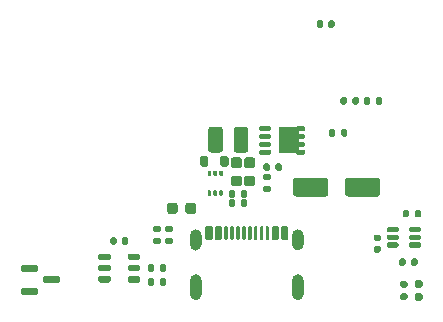
<source format=gbr>
%TF.GenerationSoftware,KiCad,Pcbnew,9.0.0-rc3*%
%TF.CreationDate,2025-06-04T22:51:28-04:00*%
%TF.ProjectId,dock,646f636b-2e6b-4696-9361-645f70636258,rev?*%
%TF.SameCoordinates,Original*%
%TF.FileFunction,Paste,Top*%
%TF.FilePolarity,Positive*%
%FSLAX46Y46*%
G04 Gerber Fmt 4.6, Leading zero omitted, Abs format (unit mm)*
G04 Created by KiCad (PCBNEW 9.0.0-rc3) date 2025-06-04 22:51:28*
%MOMM*%
%LPD*%
G01*
G04 APERTURE LIST*
%ADD10R,1.725000X2.235000*%
G04 APERTURE END LIST*
G36*
G01*
X153175000Y-119994500D02*
X153175000Y-119669500D01*
G75*
G02*
X153250000Y-119594500I75000J0D01*
G01*
X153400000Y-119594500D01*
G75*
G02*
X153475000Y-119669500I0J-75000D01*
G01*
X153475000Y-119994500D01*
G75*
G02*
X153400000Y-120069500I-75000J0D01*
G01*
X153250000Y-120069500D01*
G75*
G02*
X153175000Y-119994500I0J75000D01*
G01*
G37*
G36*
G01*
X152675000Y-119994500D02*
X152675000Y-119669500D01*
G75*
G02*
X152750000Y-119594500I75000J0D01*
G01*
X152900000Y-119594500D01*
G75*
G02*
X152975000Y-119669500I0J-75000D01*
G01*
X152975000Y-119994500D01*
G75*
G02*
X152900000Y-120069500I-75000J0D01*
G01*
X152750000Y-120069500D01*
G75*
G02*
X152675000Y-119994500I0J75000D01*
G01*
G37*
G36*
G01*
X152175000Y-119994500D02*
X152175000Y-119669500D01*
G75*
G02*
X152250000Y-119594500I75000J0D01*
G01*
X152400000Y-119594500D01*
G75*
G02*
X152475000Y-119669500I0J-75000D01*
G01*
X152475000Y-119994500D01*
G75*
G02*
X152400000Y-120069500I-75000J0D01*
G01*
X152250000Y-120069500D01*
G75*
G02*
X152175000Y-119994500I0J75000D01*
G01*
G37*
G36*
G01*
X152175000Y-121670500D02*
X152175000Y-121345500D01*
G75*
G02*
X152250000Y-121270500I75000J0D01*
G01*
X152400000Y-121270500D01*
G75*
G02*
X152475000Y-121345500I0J-75000D01*
G01*
X152475000Y-121670500D01*
G75*
G02*
X152400000Y-121745500I-75000J0D01*
G01*
X152250000Y-121745500D01*
G75*
G02*
X152175000Y-121670500I0J75000D01*
G01*
G37*
G36*
G01*
X152675000Y-121670500D02*
X152675000Y-121345500D01*
G75*
G02*
X152750000Y-121270500I75000J0D01*
G01*
X152900000Y-121270500D01*
G75*
G02*
X152975000Y-121345500I0J-75000D01*
G01*
X152975000Y-121670500D01*
G75*
G02*
X152900000Y-121745500I-75000J0D01*
G01*
X152750000Y-121745500D01*
G75*
G02*
X152675000Y-121670500I0J75000D01*
G01*
G37*
G36*
G01*
X153175000Y-121670500D02*
X153175000Y-121345500D01*
G75*
G02*
X153250000Y-121270500I75000J0D01*
G01*
X153400000Y-121270500D01*
G75*
G02*
X153475000Y-121345500I0J-75000D01*
G01*
X153475000Y-121670500D01*
G75*
G02*
X153400000Y-121745500I-75000J0D01*
G01*
X153250000Y-121745500D01*
G75*
G02*
X153175000Y-121670500I0J75000D01*
G01*
G37*
G36*
G01*
X143837500Y-127175000D02*
X143062500Y-127175000D01*
G75*
G02*
X142925000Y-127037500I0J137500D01*
G01*
X142925000Y-126762500D01*
G75*
G02*
X143062500Y-126625000I137500J0D01*
G01*
X143837500Y-126625000D01*
G75*
G02*
X143975000Y-126762500I0J-137500D01*
G01*
X143975000Y-127037500D01*
G75*
G02*
X143837500Y-127175000I-137500J0D01*
G01*
G37*
G36*
G01*
X143837500Y-128125000D02*
X143062500Y-128125000D01*
G75*
G02*
X142925000Y-127987500I0J137500D01*
G01*
X142925000Y-127712500D01*
G75*
G02*
X143062500Y-127575000I137500J0D01*
G01*
X143837500Y-127575000D01*
G75*
G02*
X143975000Y-127712500I0J-137500D01*
G01*
X143975000Y-127987500D01*
G75*
G02*
X143837500Y-128125000I-137500J0D01*
G01*
G37*
G36*
G01*
X143837500Y-129075000D02*
X143062500Y-129075000D01*
G75*
G02*
X142925000Y-128937500I0J137500D01*
G01*
X142925000Y-128662500D01*
G75*
G02*
X143062500Y-128525000I137500J0D01*
G01*
X143837500Y-128525000D01*
G75*
G02*
X143975000Y-128662500I0J-137500D01*
G01*
X143975000Y-128937500D01*
G75*
G02*
X143837500Y-129075000I-137500J0D01*
G01*
G37*
G36*
G01*
X146337500Y-129075000D02*
X145562500Y-129075000D01*
G75*
G02*
X145425000Y-128937500I0J137500D01*
G01*
X145425000Y-128662500D01*
G75*
G02*
X145562500Y-128525000I137500J0D01*
G01*
X146337500Y-128525000D01*
G75*
G02*
X146475000Y-128662500I0J-137500D01*
G01*
X146475000Y-128937500D01*
G75*
G02*
X146337500Y-129075000I-137500J0D01*
G01*
G37*
G36*
G01*
X146337500Y-128125000D02*
X145562500Y-128125000D01*
G75*
G02*
X145425000Y-127987500I0J137500D01*
G01*
X145425000Y-127712500D01*
G75*
G02*
X145562500Y-127575000I137500J0D01*
G01*
X146337500Y-127575000D01*
G75*
G02*
X146475000Y-127712500I0J-137500D01*
G01*
X146475000Y-127987500D01*
G75*
G02*
X146337500Y-128125000I-137500J0D01*
G01*
G37*
G36*
G01*
X146337500Y-127175000D02*
X145562500Y-127175000D01*
G75*
G02*
X145425000Y-127037500I0J137500D01*
G01*
X145425000Y-126762500D01*
G75*
G02*
X145562500Y-126625000I137500J0D01*
G01*
X146337500Y-126625000D01*
G75*
G02*
X146475000Y-126762500I0J-137500D01*
G01*
X146475000Y-127037500D01*
G75*
G02*
X146337500Y-127175000I-137500J0D01*
G01*
G37*
G36*
G01*
X157443750Y-116257500D02*
X156656250Y-116257500D01*
G75*
G02*
X156555000Y-116156250I0J101250D01*
G01*
X156555000Y-115953750D01*
G75*
G02*
X156656250Y-115852500I101250J0D01*
G01*
X157443750Y-115852500D01*
G75*
G02*
X157545000Y-115953750I0J-101250D01*
G01*
X157545000Y-116156250D01*
G75*
G02*
X157443750Y-116257500I-101250J0D01*
G01*
G37*
G36*
G01*
X157443750Y-116917500D02*
X156656250Y-116917500D01*
G75*
G02*
X156555000Y-116816250I0J101250D01*
G01*
X156555000Y-116613750D01*
G75*
G02*
X156656250Y-116512500I101250J0D01*
G01*
X157443750Y-116512500D01*
G75*
G02*
X157545000Y-116613750I0J-101250D01*
G01*
X157545000Y-116816250D01*
G75*
G02*
X157443750Y-116917500I-101250J0D01*
G01*
G37*
G36*
G01*
X157443750Y-117577500D02*
X156656250Y-117577500D01*
G75*
G02*
X156555000Y-117476250I0J101250D01*
G01*
X156555000Y-117273750D01*
G75*
G02*
X156656250Y-117172500I101250J0D01*
G01*
X157443750Y-117172500D01*
G75*
G02*
X157545000Y-117273750I0J-101250D01*
G01*
X157545000Y-117476250D01*
G75*
G02*
X157443750Y-117577500I-101250J0D01*
G01*
G37*
G36*
G01*
X157443750Y-118237500D02*
X156656250Y-118237500D01*
G75*
G02*
X156555000Y-118136250I0J101250D01*
G01*
X156555000Y-117933750D01*
G75*
G02*
X156656250Y-117832500I101250J0D01*
G01*
X157443750Y-117832500D01*
G75*
G02*
X157545000Y-117933750I0J-101250D01*
G01*
X157545000Y-118136250D01*
G75*
G02*
X157443750Y-118237500I-101250J0D01*
G01*
G37*
G36*
G01*
X160333750Y-118237500D02*
X159736250Y-118237500D01*
G75*
G02*
X159635000Y-118136250I0J101250D01*
G01*
X159635000Y-117933750D01*
G75*
G02*
X159736250Y-117832500I101250J0D01*
G01*
X160333750Y-117832500D01*
G75*
G02*
X160435000Y-117933750I0J-101250D01*
G01*
X160435000Y-118136250D01*
G75*
G02*
X160333750Y-118237500I-101250J0D01*
G01*
G37*
G36*
G01*
X160333750Y-117577500D02*
X159736250Y-117577500D01*
G75*
G02*
X159635000Y-117476250I0J101250D01*
G01*
X159635000Y-117273750D01*
G75*
G02*
X159736250Y-117172500I101250J0D01*
G01*
X160333750Y-117172500D01*
G75*
G02*
X160435000Y-117273750I0J-101250D01*
G01*
X160435000Y-117476250D01*
G75*
G02*
X160333750Y-117577500I-101250J0D01*
G01*
G37*
G36*
G01*
X160333750Y-116917500D02*
X159736250Y-116917500D01*
G75*
G02*
X159635000Y-116816250I0J101250D01*
G01*
X159635000Y-116613750D01*
G75*
G02*
X159736250Y-116512500I101250J0D01*
G01*
X160333750Y-116512500D01*
G75*
G02*
X160435000Y-116613750I0J-101250D01*
G01*
X160435000Y-116816250D01*
G75*
G02*
X160333750Y-116917500I-101250J0D01*
G01*
G37*
G36*
G01*
X160333750Y-116257500D02*
X159736250Y-116257500D01*
G75*
G02*
X159635000Y-116156250I0J101250D01*
G01*
X159635000Y-115953750D01*
G75*
G02*
X159736250Y-115852500I101250J0D01*
G01*
X160333750Y-115852500D01*
G75*
G02*
X160435000Y-115953750I0J-101250D01*
G01*
X160435000Y-116156250D01*
G75*
G02*
X160333750Y-116257500I-101250J0D01*
G01*
G37*
D10*
X159042000Y-117045000D03*
G36*
G01*
X148680000Y-128865000D02*
X148680000Y-129235000D01*
G75*
G02*
X148545000Y-129370000I-135000J0D01*
G01*
X148275000Y-129370000D01*
G75*
G02*
X148140000Y-129235000I0J135000D01*
G01*
X148140000Y-128865000D01*
G75*
G02*
X148275000Y-128730000I135000J0D01*
G01*
X148545000Y-128730000D01*
G75*
G02*
X148680000Y-128865000I0J-135000D01*
G01*
G37*
G36*
G01*
X147660000Y-128865000D02*
X147660000Y-129235000D01*
G75*
G02*
X147525000Y-129370000I-135000J0D01*
G01*
X147255000Y-129370000D01*
G75*
G02*
X147120000Y-129235000I0J135000D01*
G01*
X147120000Y-128865000D01*
G75*
G02*
X147255000Y-128730000I135000J0D01*
G01*
X147525000Y-128730000D01*
G75*
G02*
X147660000Y-128865000I0J-135000D01*
G01*
G37*
G36*
G01*
X148680000Y-127665000D02*
X148680000Y-128035000D01*
G75*
G02*
X148545000Y-128170000I-135000J0D01*
G01*
X148275000Y-128170000D01*
G75*
G02*
X148140000Y-128035000I0J135000D01*
G01*
X148140000Y-127665000D01*
G75*
G02*
X148275000Y-127530000I135000J0D01*
G01*
X148545000Y-127530000D01*
G75*
G02*
X148680000Y-127665000I0J-135000D01*
G01*
G37*
G36*
G01*
X147660000Y-127665000D02*
X147660000Y-128035000D01*
G75*
G02*
X147525000Y-128170000I-135000J0D01*
G01*
X147255000Y-128170000D01*
G75*
G02*
X147120000Y-128035000I0J135000D01*
G01*
X147120000Y-127665000D01*
G75*
G02*
X147255000Y-127530000I135000J0D01*
G01*
X147525000Y-127530000D01*
G75*
G02*
X147660000Y-127665000I0J-135000D01*
G01*
G37*
G36*
G01*
X155535000Y-122180000D02*
X155535000Y-122550000D01*
G75*
G02*
X155400000Y-122685000I-135000J0D01*
G01*
X155130000Y-122685000D01*
G75*
G02*
X154995000Y-122550000I0J135000D01*
G01*
X154995000Y-122180000D01*
G75*
G02*
X155130000Y-122045000I135000J0D01*
G01*
X155400000Y-122045000D01*
G75*
G02*
X155535000Y-122180000I0J-135000D01*
G01*
G37*
G36*
G01*
X154515000Y-122180000D02*
X154515000Y-122550000D01*
G75*
G02*
X154380000Y-122685000I-135000J0D01*
G01*
X154110000Y-122685000D01*
G75*
G02*
X153975000Y-122550000I0J135000D01*
G01*
X153975000Y-122180000D01*
G75*
G02*
X154110000Y-122045000I135000J0D01*
G01*
X154380000Y-122045000D01*
G75*
G02*
X154515000Y-122180000I0J-135000D01*
G01*
G37*
G36*
G01*
X166373268Y-125015020D02*
X166713268Y-125015020D01*
G75*
G02*
X166853268Y-125155020I0J-140000D01*
G01*
X166853268Y-125435020D01*
G75*
G02*
X166713268Y-125575020I-140000J0D01*
G01*
X166373268Y-125575020D01*
G75*
G02*
X166233268Y-125435020I0J140000D01*
G01*
X166233268Y-125155020D01*
G75*
G02*
X166373268Y-125015020I140000J0D01*
G01*
G37*
G36*
G01*
X166373268Y-125975020D02*
X166713268Y-125975020D01*
G75*
G02*
X166853268Y-126115020I0J-140000D01*
G01*
X166853268Y-126395020D01*
G75*
G02*
X166713268Y-126535020I-140000J0D01*
G01*
X166373268Y-126535020D01*
G75*
G02*
X166233268Y-126395020I0J140000D01*
G01*
X166233268Y-126115020D01*
G75*
G02*
X166373268Y-125975020I140000J0D01*
G01*
G37*
G36*
G01*
X148085000Y-125830000D02*
X147715000Y-125830000D01*
G75*
G02*
X147580000Y-125695000I0J135000D01*
G01*
X147580000Y-125425000D01*
G75*
G02*
X147715000Y-125290000I135000J0D01*
G01*
X148085000Y-125290000D01*
G75*
G02*
X148220000Y-125425000I0J-135000D01*
G01*
X148220000Y-125695000D01*
G75*
G02*
X148085000Y-125830000I-135000J0D01*
G01*
G37*
G36*
G01*
X148085000Y-124810000D02*
X147715000Y-124810000D01*
G75*
G02*
X147580000Y-124675000I0J135000D01*
G01*
X147580000Y-124405000D01*
G75*
G02*
X147715000Y-124270000I135000J0D01*
G01*
X148085000Y-124270000D01*
G75*
G02*
X148220000Y-124405000I0J-135000D01*
G01*
X148220000Y-124675000D01*
G75*
G02*
X148085000Y-124810000I-135000J0D01*
G01*
G37*
G36*
G01*
X149085000Y-125830000D02*
X148715000Y-125830000D01*
G75*
G02*
X148580000Y-125695000I0J135000D01*
G01*
X148580000Y-125425000D01*
G75*
G02*
X148715000Y-125290000I135000J0D01*
G01*
X149085000Y-125290000D01*
G75*
G02*
X149220000Y-125425000I0J-135000D01*
G01*
X149220000Y-125695000D01*
G75*
G02*
X149085000Y-125830000I-135000J0D01*
G01*
G37*
G36*
G01*
X149085000Y-124810000D02*
X148715000Y-124810000D01*
G75*
G02*
X148580000Y-124675000I0J135000D01*
G01*
X148580000Y-124405000D01*
G75*
G02*
X148715000Y-124270000I135000J0D01*
G01*
X149085000Y-124270000D01*
G75*
G02*
X149220000Y-124405000I0J-135000D01*
G01*
X149220000Y-124675000D01*
G75*
G02*
X149085000Y-124810000I-135000J0D01*
G01*
G37*
G36*
G01*
X163430000Y-113885000D02*
X163430000Y-113515000D01*
G75*
G02*
X163565000Y-113380000I135000J0D01*
G01*
X163835000Y-113380000D01*
G75*
G02*
X163970000Y-113515000I0J-135000D01*
G01*
X163970000Y-113885000D01*
G75*
G02*
X163835000Y-114020000I-135000J0D01*
G01*
X163565000Y-114020000D01*
G75*
G02*
X163430000Y-113885000I0J135000D01*
G01*
G37*
G36*
G01*
X164450000Y-113885000D02*
X164450000Y-113515000D01*
G75*
G02*
X164585000Y-113380000I135000J0D01*
G01*
X164855000Y-113380000D01*
G75*
G02*
X164990000Y-113515000I0J-135000D01*
G01*
X164990000Y-113885000D01*
G75*
G02*
X164855000Y-114020000I-135000J0D01*
G01*
X164585000Y-114020000D01*
G75*
G02*
X164450000Y-113885000I0J135000D01*
G01*
G37*
G36*
G01*
X151200000Y-122550000D02*
X151200000Y-123050000D01*
G75*
G02*
X150975000Y-123275000I-225000J0D01*
G01*
X150525000Y-123275000D01*
G75*
G02*
X150300000Y-123050000I0J225000D01*
G01*
X150300000Y-122550000D01*
G75*
G02*
X150525000Y-122325000I225000J0D01*
G01*
X150975000Y-122325000D01*
G75*
G02*
X151200000Y-122550000I0J-225000D01*
G01*
G37*
G36*
G01*
X149650000Y-122550000D02*
X149650000Y-123050000D01*
G75*
G02*
X149425000Y-123275000I-225000J0D01*
G01*
X148975000Y-123275000D01*
G75*
G02*
X148750000Y-123050000I0J225000D01*
G01*
X148750000Y-122550000D01*
G75*
G02*
X148975000Y-122325000I225000J0D01*
G01*
X149425000Y-122325000D01*
G75*
G02*
X149650000Y-122550000I0J-225000D01*
G01*
G37*
G36*
G01*
X153985000Y-121750000D02*
X153985000Y-121380000D01*
G75*
G02*
X154120000Y-121245000I135000J0D01*
G01*
X154390000Y-121245000D01*
G75*
G02*
X154525000Y-121380000I0J-135000D01*
G01*
X154525000Y-121750000D01*
G75*
G02*
X154390000Y-121885000I-135000J0D01*
G01*
X154120000Y-121885000D01*
G75*
G02*
X153985000Y-121750000I0J135000D01*
G01*
G37*
G36*
G01*
X155005000Y-121750000D02*
X155005000Y-121380000D01*
G75*
G02*
X155140000Y-121245000I135000J0D01*
G01*
X155410000Y-121245000D01*
G75*
G02*
X155545000Y-121380000I0J-135000D01*
G01*
X155545000Y-121750000D01*
G75*
G02*
X155410000Y-121885000I-135000J0D01*
G01*
X155140000Y-121885000D01*
G75*
G02*
X155005000Y-121750000I0J135000D01*
G01*
G37*
G36*
G01*
X165400000Y-113885000D02*
X165400000Y-113515000D01*
G75*
G02*
X165535000Y-113380000I135000J0D01*
G01*
X165805000Y-113380000D01*
G75*
G02*
X165940000Y-113515000I0J-135000D01*
G01*
X165940000Y-113885000D01*
G75*
G02*
X165805000Y-114020000I-135000J0D01*
G01*
X165535000Y-114020000D01*
G75*
G02*
X165400000Y-113885000I0J135000D01*
G01*
G37*
G36*
G01*
X166420000Y-113885000D02*
X166420000Y-113515000D01*
G75*
G02*
X166555000Y-113380000I135000J0D01*
G01*
X166825000Y-113380000D01*
G75*
G02*
X166960000Y-113515000I0J-135000D01*
G01*
X166960000Y-113885000D01*
G75*
G02*
X166825000Y-114020000I-135000J0D01*
G01*
X166555000Y-114020000D01*
G75*
G02*
X166420000Y-113885000I0J135000D01*
G01*
G37*
G36*
G01*
X161410000Y-107370000D02*
X161410000Y-107030000D01*
G75*
G02*
X161550000Y-106890000I140000J0D01*
G01*
X161830000Y-106890000D01*
G75*
G02*
X161970000Y-107030000I0J-140000D01*
G01*
X161970000Y-107370000D01*
G75*
G02*
X161830000Y-107510000I-140000J0D01*
G01*
X161550000Y-107510000D01*
G75*
G02*
X161410000Y-107370000I0J140000D01*
G01*
G37*
G36*
G01*
X162370000Y-107370000D02*
X162370000Y-107030000D01*
G75*
G02*
X162510000Y-106890000I140000J0D01*
G01*
X162790000Y-106890000D01*
G75*
G02*
X162930000Y-107030000I0J-140000D01*
G01*
X162930000Y-107370000D01*
G75*
G02*
X162790000Y-107510000I-140000J0D01*
G01*
X162510000Y-107510000D01*
G75*
G02*
X162370000Y-107370000I0J140000D01*
G01*
G37*
G36*
G01*
X157015000Y-119860000D02*
X157385000Y-119860000D01*
G75*
G02*
X157520000Y-119995000I0J-135000D01*
G01*
X157520000Y-120265000D01*
G75*
G02*
X157385000Y-120400000I-135000J0D01*
G01*
X157015000Y-120400000D01*
G75*
G02*
X156880000Y-120265000I0J135000D01*
G01*
X156880000Y-119995000D01*
G75*
G02*
X157015000Y-119860000I135000J0D01*
G01*
G37*
G36*
G01*
X157015000Y-120880000D02*
X157385000Y-120880000D01*
G75*
G02*
X157520000Y-121015000I0J-135000D01*
G01*
X157520000Y-121285000D01*
G75*
G02*
X157385000Y-121420000I-135000J0D01*
G01*
X157015000Y-121420000D01*
G75*
G02*
X156880000Y-121285000I0J135000D01*
G01*
X156880000Y-121015000D01*
G75*
G02*
X157015000Y-120880000I135000J0D01*
G01*
G37*
G36*
G01*
X156910000Y-119485000D02*
X156910000Y-119115000D01*
G75*
G02*
X157045000Y-118980000I135000J0D01*
G01*
X157315000Y-118980000D01*
G75*
G02*
X157450000Y-119115000I0J-135000D01*
G01*
X157450000Y-119485000D01*
G75*
G02*
X157315000Y-119620000I-135000J0D01*
G01*
X157045000Y-119620000D01*
G75*
G02*
X156910000Y-119485000I0J135000D01*
G01*
G37*
G36*
G01*
X157930000Y-119485000D02*
X157930000Y-119115000D01*
G75*
G02*
X158065000Y-118980000I135000J0D01*
G01*
X158335000Y-118980000D01*
G75*
G02*
X158470000Y-119115000I0J-135000D01*
G01*
X158470000Y-119485000D01*
G75*
G02*
X158335000Y-119620000I-135000J0D01*
G01*
X158065000Y-119620000D01*
G75*
G02*
X157930000Y-119485000I0J135000D01*
G01*
G37*
G36*
G01*
X159400000Y-121550000D02*
X159400000Y-120450000D01*
G75*
G02*
X159650000Y-120200000I250000J0D01*
G01*
X162150000Y-120200000D01*
G75*
G02*
X162400000Y-120450000I0J-250000D01*
G01*
X162400000Y-121550000D01*
G75*
G02*
X162150000Y-121800000I-250000J0D01*
G01*
X159650000Y-121800000D01*
G75*
G02*
X159400000Y-121550000I0J250000D01*
G01*
G37*
G36*
G01*
X163800000Y-121550000D02*
X163800000Y-120450000D01*
G75*
G02*
X164050000Y-120200000I250000J0D01*
G01*
X166550000Y-120200000D01*
G75*
G02*
X166800000Y-120450000I0J-250000D01*
G01*
X166800000Y-121550000D01*
G75*
G02*
X166550000Y-121800000I-250000J0D01*
G01*
X164050000Y-121800000D01*
G75*
G02*
X163800000Y-121550000I0J250000D01*
G01*
G37*
G36*
G01*
X170400000Y-130125000D02*
X170400000Y-130475000D01*
G75*
G02*
X170225000Y-130650000I-175000J0D01*
G01*
X169875000Y-130650000D01*
G75*
G02*
X169700000Y-130475000I0J175000D01*
G01*
X169700000Y-130125000D01*
G75*
G02*
X169875000Y-129950000I175000J0D01*
G01*
X170225000Y-129950000D01*
G75*
G02*
X170400000Y-130125000I0J-175000D01*
G01*
G37*
G36*
G01*
X170400000Y-129025000D02*
X170400000Y-129375000D01*
G75*
G02*
X170225000Y-129550000I-175000J0D01*
G01*
X169875000Y-129550000D01*
G75*
G02*
X169700000Y-129375000I0J175000D01*
G01*
X169700000Y-129025000D01*
G75*
G02*
X169875000Y-128850000I175000J0D01*
G01*
X170225000Y-128850000D01*
G75*
G02*
X170400000Y-129025000I0J-175000D01*
G01*
G37*
G36*
G01*
X136362500Y-128050000D02*
X136362500Y-127750000D01*
G75*
G02*
X136512500Y-127600000I150000J0D01*
G01*
X137687500Y-127600000D01*
G75*
G02*
X137837500Y-127750000I0J-150000D01*
G01*
X137837500Y-128050000D01*
G75*
G02*
X137687500Y-128200000I-150000J0D01*
G01*
X136512500Y-128200000D01*
G75*
G02*
X136362500Y-128050000I0J150000D01*
G01*
G37*
G36*
G01*
X136362500Y-129950000D02*
X136362500Y-129650000D01*
G75*
G02*
X136512500Y-129500000I150000J0D01*
G01*
X137687500Y-129500000D01*
G75*
G02*
X137837500Y-129650000I0J-150000D01*
G01*
X137837500Y-129950000D01*
G75*
G02*
X137687500Y-130100000I-150000J0D01*
G01*
X136512500Y-130100000D01*
G75*
G02*
X136362500Y-129950000I0J150000D01*
G01*
G37*
G36*
G01*
X138237500Y-129000000D02*
X138237500Y-128700000D01*
G75*
G02*
X138387500Y-128550000I150000J0D01*
G01*
X139562500Y-128550000D01*
G75*
G02*
X139712500Y-128700000I0J-150000D01*
G01*
X139712500Y-129000000D01*
G75*
G02*
X139562500Y-129150000I-150000J0D01*
G01*
X138387500Y-129150000D01*
G75*
G02*
X138237500Y-129000000I0J150000D01*
G01*
G37*
G36*
G01*
X154375000Y-118480000D02*
X154875000Y-118480000D01*
G75*
G02*
X155100000Y-118705000I0J-225000D01*
G01*
X155100000Y-119155000D01*
G75*
G02*
X154875000Y-119380000I-225000J0D01*
G01*
X154375000Y-119380000D01*
G75*
G02*
X154150000Y-119155000I0J225000D01*
G01*
X154150000Y-118705000D01*
G75*
G02*
X154375000Y-118480000I225000J0D01*
G01*
G37*
G36*
G01*
X154375000Y-120030000D02*
X154875000Y-120030000D01*
G75*
G02*
X155100000Y-120255000I0J-225000D01*
G01*
X155100000Y-120705000D01*
G75*
G02*
X154875000Y-120930000I-225000J0D01*
G01*
X154375000Y-120930000D01*
G75*
G02*
X154150000Y-120705000I0J225000D01*
G01*
X154150000Y-120255000D01*
G75*
G02*
X154375000Y-120030000I225000J0D01*
G01*
G37*
G36*
G01*
X155485000Y-118480000D02*
X155985000Y-118480000D01*
G75*
G02*
X156210000Y-118705000I0J-225000D01*
G01*
X156210000Y-119155000D01*
G75*
G02*
X155985000Y-119380000I-225000J0D01*
G01*
X155485000Y-119380000D01*
G75*
G02*
X155260000Y-119155000I0J225000D01*
G01*
X155260000Y-118705000D01*
G75*
G02*
X155485000Y-118480000I225000J0D01*
G01*
G37*
G36*
G01*
X155485000Y-120030000D02*
X155985000Y-120030000D01*
G75*
G02*
X156210000Y-120255000I0J-225000D01*
G01*
X156210000Y-120705000D01*
G75*
G02*
X155985000Y-120930000I-225000J0D01*
G01*
X155485000Y-120930000D01*
G75*
G02*
X155260000Y-120705000I0J225000D01*
G01*
X155260000Y-120255000D01*
G75*
G02*
X155485000Y-120030000I225000J0D01*
G01*
G37*
G36*
G01*
X145460000Y-125380000D02*
X145460000Y-125720000D01*
G75*
G02*
X145320000Y-125860000I-140000J0D01*
G01*
X145040000Y-125860000D01*
G75*
G02*
X144900000Y-125720000I0J140000D01*
G01*
X144900000Y-125380000D01*
G75*
G02*
X145040000Y-125240000I140000J0D01*
G01*
X145320000Y-125240000D01*
G75*
G02*
X145460000Y-125380000I0J-140000D01*
G01*
G37*
G36*
G01*
X144500000Y-125380000D02*
X144500000Y-125720000D01*
G75*
G02*
X144360000Y-125860000I-140000J0D01*
G01*
X144080000Y-125860000D01*
G75*
G02*
X143940000Y-125720000I0J140000D01*
G01*
X143940000Y-125380000D01*
G75*
G02*
X144080000Y-125240000I140000J0D01*
G01*
X144360000Y-125240000D01*
G75*
G02*
X144500000Y-125380000I0J-140000D01*
G01*
G37*
G36*
G01*
X152225000Y-117835000D02*
X152225000Y-116135000D01*
G75*
G02*
X152475000Y-115885000I250000J0D01*
G01*
X153225000Y-115885000D01*
G75*
G02*
X153475000Y-116135000I0J-250000D01*
G01*
X153475000Y-117835000D01*
G75*
G02*
X153225000Y-118085000I-250000J0D01*
G01*
X152475000Y-118085000D01*
G75*
G02*
X152225000Y-117835000I0J250000D01*
G01*
G37*
G36*
G01*
X154375000Y-117835000D02*
X154375000Y-116135000D01*
G75*
G02*
X154625000Y-115885000I250000J0D01*
G01*
X155375000Y-115885000D01*
G75*
G02*
X155625000Y-116135000I0J-250000D01*
G01*
X155625000Y-117835000D01*
G75*
G02*
X155375000Y-118085000I-250000J0D01*
G01*
X154625000Y-118085000D01*
G75*
G02*
X154375000Y-117835000I0J250000D01*
G01*
G37*
G36*
G01*
X151520000Y-119098750D02*
X151520000Y-118511250D01*
G75*
G02*
X151701250Y-118330000I181250J0D01*
G01*
X152063750Y-118330000D01*
G75*
G02*
X152245000Y-118511250I0J-181250D01*
G01*
X152245000Y-119098750D01*
G75*
G02*
X152063750Y-119280000I-181250J0D01*
G01*
X151701250Y-119280000D01*
G75*
G02*
X151520000Y-119098750I0J181250D01*
G01*
G37*
G36*
G01*
X153245000Y-119098750D02*
X153245000Y-118511250D01*
G75*
G02*
X153426250Y-118330000I181250J0D01*
G01*
X153788750Y-118330000D01*
G75*
G02*
X153970000Y-118511250I0J-181250D01*
G01*
X153970000Y-119098750D01*
G75*
G02*
X153788750Y-119280000I-181250J0D01*
G01*
X153426250Y-119280000D01*
G75*
G02*
X153245000Y-119098750I0J181250D01*
G01*
G37*
G36*
G01*
X151180000Y-130576700D02*
X151180000Y-130576700D01*
G75*
G02*
X150684700Y-130081400I0J495300D01*
G01*
X150684700Y-128862200D01*
G75*
G02*
X151180000Y-128366900I495300J0D01*
G01*
X151180000Y-128366900D01*
G75*
G02*
X151675300Y-128862200I0J-495300D01*
G01*
X151675300Y-130081400D01*
G75*
G02*
X151180000Y-130576700I-495300J0D01*
G01*
G37*
G36*
G01*
X159820000Y-130576700D02*
X159820000Y-130576700D01*
G75*
G02*
X159324700Y-130081400I0J495300D01*
G01*
X159324700Y-128862200D01*
G75*
G02*
X159820000Y-128366900I495300J0D01*
G01*
X159820000Y-128366900D01*
G75*
G02*
X160315300Y-128862200I0J-495300D01*
G01*
X160315300Y-130081400D01*
G75*
G02*
X159820000Y-130576700I-495300J0D01*
G01*
G37*
G36*
G01*
X151180000Y-126373500D02*
X151180000Y-126373500D01*
G75*
G02*
X150684700Y-125878200I0J495300D01*
G01*
X150684700Y-125065400D01*
G75*
G02*
X151180000Y-124570100I495300J0D01*
G01*
X151180000Y-124570100D01*
G75*
G02*
X151675300Y-125065400I0J-495300D01*
G01*
X151675300Y-125878200D01*
G75*
G02*
X151180000Y-126373500I-495300J0D01*
G01*
G37*
G36*
G01*
X159820000Y-126373500D02*
X159820000Y-126373500D01*
G75*
G02*
X159324700Y-125878200I0J495300D01*
G01*
X159324700Y-125065400D01*
G75*
G02*
X159820000Y-124570100I495300J0D01*
G01*
X159820000Y-124570100D01*
G75*
G02*
X160315300Y-125065400I0J-495300D01*
G01*
X160315300Y-125878200D01*
G75*
G02*
X159820000Y-126373500I-495300J0D01*
G01*
G37*
G36*
G01*
X151995200Y-125376860D02*
X151995200Y-124416740D01*
G75*
G02*
X152086640Y-124325300I91440J0D01*
G01*
X152513360Y-124325300D01*
G75*
G02*
X152604800Y-124416740I0J-91440D01*
G01*
X152604800Y-125376860D01*
G75*
G02*
X152513360Y-125468300I-91440J0D01*
G01*
X152086640Y-125468300D01*
G75*
G02*
X151995200Y-125376860I0J91440D01*
G01*
G37*
G36*
G01*
X152795200Y-125376860D02*
X152795200Y-124416740D01*
G75*
G02*
X152886640Y-124325300I91440J0D01*
G01*
X153313360Y-124325300D01*
G75*
G02*
X153404800Y-124416740I0J-91440D01*
G01*
X153404800Y-125376860D01*
G75*
G02*
X153313360Y-125468300I-91440J0D01*
G01*
X152886640Y-125468300D01*
G75*
G02*
X152795200Y-125376860I0J91440D01*
G01*
G37*
G36*
G01*
X154097600Y-125392100D02*
X154097600Y-124401500D01*
G75*
G02*
X154173800Y-124325300I76200J0D01*
G01*
X154326200Y-124325300D01*
G75*
G02*
X154402400Y-124401500I0J-76200D01*
G01*
X154402400Y-125392100D01*
G75*
G02*
X154326200Y-125468300I-76200J0D01*
G01*
X154173800Y-125468300D01*
G75*
G02*
X154097600Y-125392100I0J76200D01*
G01*
G37*
G36*
G01*
X155097600Y-125392100D02*
X155097600Y-124401500D01*
G75*
G02*
X155173800Y-124325300I76200J0D01*
G01*
X155326200Y-124325300D01*
G75*
G02*
X155402400Y-124401500I0J-76200D01*
G01*
X155402400Y-125392100D01*
G75*
G02*
X155326200Y-125468300I-76200J0D01*
G01*
X155173800Y-125468300D01*
G75*
G02*
X155097600Y-125392100I0J76200D01*
G01*
G37*
G36*
G01*
X155597600Y-125392100D02*
X155597600Y-124401500D01*
G75*
G02*
X155673800Y-124325300I76200J0D01*
G01*
X155826200Y-124325300D01*
G75*
G02*
X155902400Y-124401500I0J-76200D01*
G01*
X155902400Y-125392100D01*
G75*
G02*
X155826200Y-125468300I-76200J0D01*
G01*
X155673800Y-125468300D01*
G75*
G02*
X155597600Y-125392100I0J76200D01*
G01*
G37*
G36*
G01*
X156597600Y-125392100D02*
X156597600Y-124401500D01*
G75*
G02*
X156673800Y-124325300I76200J0D01*
G01*
X156826200Y-124325300D01*
G75*
G02*
X156902400Y-124401500I0J-76200D01*
G01*
X156902400Y-125392100D01*
G75*
G02*
X156826200Y-125468300I-76200J0D01*
G01*
X156673800Y-125468300D01*
G75*
G02*
X156597600Y-125392100I0J76200D01*
G01*
G37*
G36*
G01*
X158395200Y-125376860D02*
X158395200Y-124416740D01*
G75*
G02*
X158486640Y-124325300I91440J0D01*
G01*
X158913360Y-124325300D01*
G75*
G02*
X159004800Y-124416740I0J-91440D01*
G01*
X159004800Y-125376860D01*
G75*
G02*
X158913360Y-125468300I-91440J0D01*
G01*
X158486640Y-125468300D01*
G75*
G02*
X158395200Y-125376860I0J91440D01*
G01*
G37*
G36*
G01*
X157595200Y-125376860D02*
X157595200Y-124416740D01*
G75*
G02*
X157686640Y-124325300I91440J0D01*
G01*
X158113360Y-124325300D01*
G75*
G02*
X158204800Y-124416740I0J-91440D01*
G01*
X158204800Y-125376860D01*
G75*
G02*
X158113360Y-125468300I-91440J0D01*
G01*
X157686640Y-125468300D01*
G75*
G02*
X157595200Y-125376860I0J91440D01*
G01*
G37*
G36*
G01*
X157097659Y-125392100D02*
X157097659Y-124401500D01*
G75*
G02*
X157173859Y-124325300I76200J0D01*
G01*
X157326259Y-124325300D01*
G75*
G02*
X157402459Y-124401500I0J-76200D01*
G01*
X157402459Y-125392100D01*
G75*
G02*
X157326259Y-125468300I-76200J0D01*
G01*
X157173859Y-125468300D01*
G75*
G02*
X157097659Y-125392100I0J76200D01*
G01*
G37*
G36*
G01*
X156097659Y-125392100D02*
X156097659Y-124401500D01*
G75*
G02*
X156173859Y-124325300I76200J0D01*
G01*
X156326259Y-124325300D01*
G75*
G02*
X156402459Y-124401500I0J-76200D01*
G01*
X156402459Y-125392100D01*
G75*
G02*
X156326259Y-125468300I-76200J0D01*
G01*
X156173859Y-125468300D01*
G75*
G02*
X156097659Y-125392100I0J76200D01*
G01*
G37*
G36*
G01*
X154597660Y-125392100D02*
X154597660Y-124401500D01*
G75*
G02*
X154673860Y-124325300I76200J0D01*
G01*
X154826260Y-124325300D01*
G75*
G02*
X154902460Y-124401500I0J-76200D01*
G01*
X154902460Y-125392100D01*
G75*
G02*
X154826260Y-125468300I-76200J0D01*
G01*
X154673860Y-125468300D01*
G75*
G02*
X154597660Y-125392100I0J76200D01*
G01*
G37*
G36*
G01*
X153597660Y-125392100D02*
X153597660Y-124401500D01*
G75*
G02*
X153673860Y-124325300I76200J0D01*
G01*
X153826260Y-124325300D01*
G75*
G02*
X153902460Y-124401500I0J-76200D01*
G01*
X153902460Y-125392100D01*
G75*
G02*
X153826260Y-125468300I-76200J0D01*
G01*
X153673860Y-125468300D01*
G75*
G02*
X153597660Y-125392100I0J76200D01*
G01*
G37*
G36*
G01*
X168237500Y-124825000D02*
X167462500Y-124825000D01*
G75*
G02*
X167350000Y-124712500I0J112500D01*
G01*
X167350000Y-124487500D01*
G75*
G02*
X167462500Y-124375000I112500J0D01*
G01*
X168237500Y-124375000D01*
G75*
G02*
X168350000Y-124487500I0J-112500D01*
G01*
X168350000Y-124712500D01*
G75*
G02*
X168237500Y-124825000I-112500J0D01*
G01*
G37*
G36*
G01*
X168237500Y-125475000D02*
X167462500Y-125475000D01*
G75*
G02*
X167350000Y-125362500I0J112500D01*
G01*
X167350000Y-125137500D01*
G75*
G02*
X167462500Y-125025000I112500J0D01*
G01*
X168237500Y-125025000D01*
G75*
G02*
X168350000Y-125137500I0J-112500D01*
G01*
X168350000Y-125362500D01*
G75*
G02*
X168237500Y-125475000I-112500J0D01*
G01*
G37*
G36*
G01*
X168237500Y-126125000D02*
X167462500Y-126125000D01*
G75*
G02*
X167350000Y-126012500I0J112500D01*
G01*
X167350000Y-125787500D01*
G75*
G02*
X167462500Y-125675000I112500J0D01*
G01*
X168237500Y-125675000D01*
G75*
G02*
X168350000Y-125787500I0J-112500D01*
G01*
X168350000Y-126012500D01*
G75*
G02*
X168237500Y-126125000I-112500J0D01*
G01*
G37*
G36*
G01*
X170137500Y-126125000D02*
X169362500Y-126125000D01*
G75*
G02*
X169250000Y-126012500I0J112500D01*
G01*
X169250000Y-125787500D01*
G75*
G02*
X169362500Y-125675000I112500J0D01*
G01*
X170137500Y-125675000D01*
G75*
G02*
X170250000Y-125787500I0J-112500D01*
G01*
X170250000Y-126012500D01*
G75*
G02*
X170137500Y-126125000I-112500J0D01*
G01*
G37*
G36*
G01*
X170137500Y-125475000D02*
X169362500Y-125475000D01*
G75*
G02*
X169250000Y-125362500I0J112500D01*
G01*
X169250000Y-125137500D01*
G75*
G02*
X169362500Y-125025000I112500J0D01*
G01*
X170137500Y-125025000D01*
G75*
G02*
X170250000Y-125137500I0J-112500D01*
G01*
X170250000Y-125362500D01*
G75*
G02*
X170137500Y-125475000I-112500J0D01*
G01*
G37*
G36*
G01*
X170137500Y-124825000D02*
X169362500Y-124825000D01*
G75*
G02*
X169250000Y-124712500I0J112500D01*
G01*
X169250000Y-124487500D01*
G75*
G02*
X169362500Y-124375000I112500J0D01*
G01*
X170137500Y-124375000D01*
G75*
G02*
X170250000Y-124487500I0J-112500D01*
G01*
X170250000Y-124712500D01*
G75*
G02*
X170137500Y-124825000I-112500J0D01*
G01*
G37*
G36*
G01*
X169960000Y-127165000D02*
X169960000Y-127535000D01*
G75*
G02*
X169825000Y-127670000I-135000J0D01*
G01*
X169555000Y-127670000D01*
G75*
G02*
X169420000Y-127535000I0J135000D01*
G01*
X169420000Y-127165000D01*
G75*
G02*
X169555000Y-127030000I135000J0D01*
G01*
X169825000Y-127030000D01*
G75*
G02*
X169960000Y-127165000I0J-135000D01*
G01*
G37*
G36*
G01*
X168940000Y-127165000D02*
X168940000Y-127535000D01*
G75*
G02*
X168805000Y-127670000I-135000J0D01*
G01*
X168535000Y-127670000D01*
G75*
G02*
X168400000Y-127535000I0J135000D01*
G01*
X168400000Y-127165000D01*
G75*
G02*
X168535000Y-127030000I135000J0D01*
G01*
X168805000Y-127030000D01*
G75*
G02*
X168940000Y-127165000I0J-135000D01*
G01*
G37*
G36*
G01*
X170260411Y-123065000D02*
X170260411Y-123435000D01*
G75*
G02*
X170125411Y-123570000I-135000J0D01*
G01*
X169855411Y-123570000D01*
G75*
G02*
X169720411Y-123435000I0J135000D01*
G01*
X169720411Y-123065000D01*
G75*
G02*
X169855411Y-122930000I135000J0D01*
G01*
X170125411Y-122930000D01*
G75*
G02*
X170260411Y-123065000I0J-135000D01*
G01*
G37*
G36*
G01*
X169240411Y-123065000D02*
X169240411Y-123435000D01*
G75*
G02*
X169105411Y-123570000I-135000J0D01*
G01*
X168835411Y-123570000D01*
G75*
G02*
X168700411Y-123435000I0J135000D01*
G01*
X168700411Y-123065000D01*
G75*
G02*
X168835411Y-122930000I135000J0D01*
G01*
X169105411Y-122930000D01*
G75*
G02*
X169240411Y-123065000I0J-135000D01*
G01*
G37*
G36*
G01*
X168985000Y-130530000D02*
X168615000Y-130530000D01*
G75*
G02*
X168480000Y-130395000I0J135000D01*
G01*
X168480000Y-130125000D01*
G75*
G02*
X168615000Y-129990000I135000J0D01*
G01*
X168985000Y-129990000D01*
G75*
G02*
X169120000Y-130125000I0J-135000D01*
G01*
X169120000Y-130395000D01*
G75*
G02*
X168985000Y-130530000I-135000J0D01*
G01*
G37*
G36*
G01*
X168985000Y-129510000D02*
X168615000Y-129510000D01*
G75*
G02*
X168480000Y-129375000I0J135000D01*
G01*
X168480000Y-129105000D01*
G75*
G02*
X168615000Y-128970000I135000J0D01*
G01*
X168985000Y-128970000D01*
G75*
G02*
X169120000Y-129105000I0J-135000D01*
G01*
X169120000Y-129375000D01*
G75*
G02*
X168985000Y-129510000I-135000J0D01*
G01*
G37*
G36*
G01*
X162460000Y-116585000D02*
X162460000Y-116215000D01*
G75*
G02*
X162595000Y-116080000I135000J0D01*
G01*
X162865000Y-116080000D01*
G75*
G02*
X163000000Y-116215000I0J-135000D01*
G01*
X163000000Y-116585000D01*
G75*
G02*
X162865000Y-116720000I-135000J0D01*
G01*
X162595000Y-116720000D01*
G75*
G02*
X162460000Y-116585000I0J135000D01*
G01*
G37*
G36*
G01*
X163480000Y-116585000D02*
X163480000Y-116215000D01*
G75*
G02*
X163615000Y-116080000I135000J0D01*
G01*
X163885000Y-116080000D01*
G75*
G02*
X164020000Y-116215000I0J-135000D01*
G01*
X164020000Y-116585000D01*
G75*
G02*
X163885000Y-116720000I-135000J0D01*
G01*
X163615000Y-116720000D01*
G75*
G02*
X163480000Y-116585000I0J135000D01*
G01*
G37*
M02*

</source>
